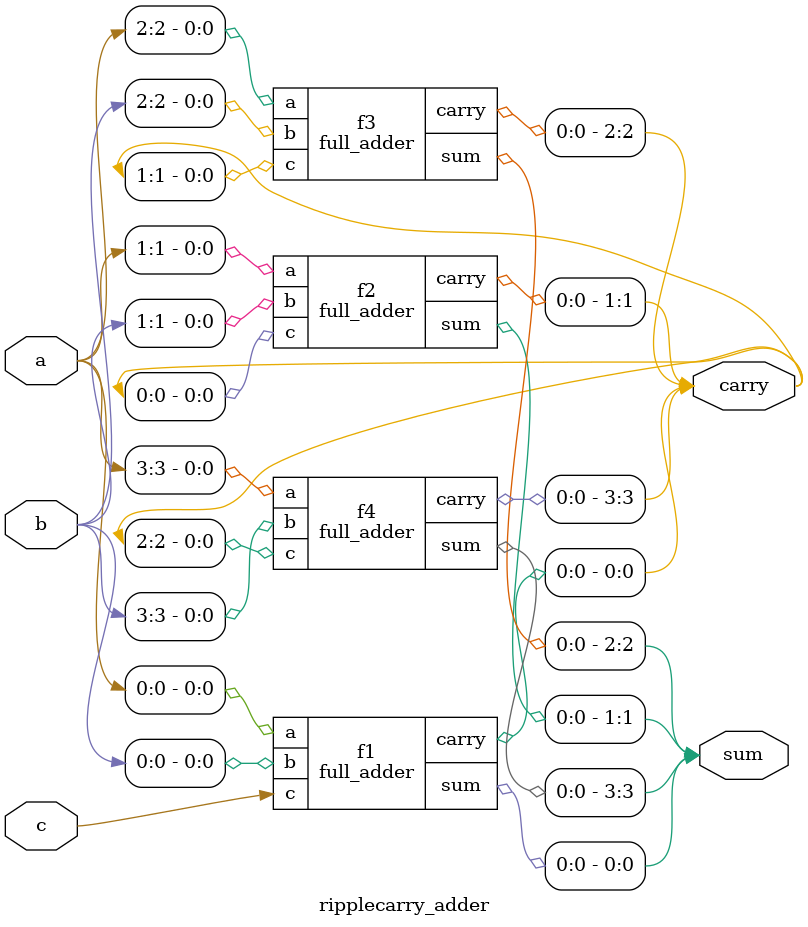
<source format=v>
module full_adder(input a,b,c,output sum,carry);
wire w1,w2,w3;

xor (w1,a,b);
xor (sum,w1,c);

and (w2,a,b);
and (w3,w1,c);
or (carry,w2,w3);

endmodule

module ripplecarry_adder(input [3:0]a,b,input c,output [3:0]sum,carry);

full_adder f1(.a(a[0]),.b(b[0]),.c(c),.sum(sum[0]),.carry(carry[0]));
full_adder f2(.a(a[1]),.b(b[1]),.c(carry[0]),.sum(sum[1]),.carry(carry[1]));
full_adder f3(.a(a[2]),.b(b[2]),.c(carry[1]),.sum(sum[2]),.carry(carry[2]));
full_adder f4(.a(a[3]),.b(b[3]),.c(carry[2]),.sum(sum[3]),.carry(carry[3]));

endmodule

</source>
